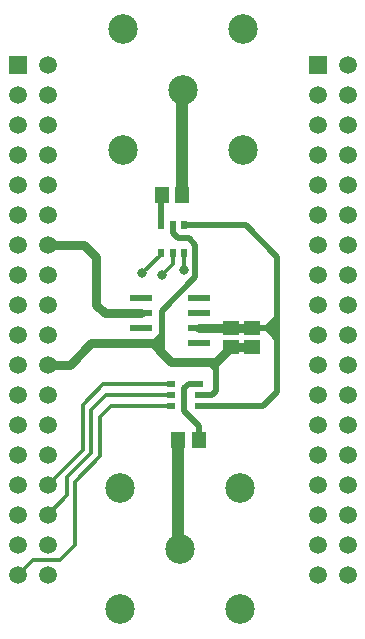
<source format=gtl>
G04 Layer_Physical_Order=1*
G04 Layer_Color=255*
%FSLAX42Y42*%
%MOMM*%
G71*
G01*
G75*
%ADD10R,1.98X0.56*%
%ADD11R,1.15X1.35*%
%ADD12R,1.40X1.30*%
%ADD13R,0.55X0.80*%
%ADD14R,0.80X0.55*%
%ADD15C,0.80*%
%ADD16C,0.50*%
%ADD17C,0.30*%
%ADD18C,1.00*%
%ADD19C,1.50*%
%ADD20R,1.50X1.50*%
%ADD21C,2.50*%
%ADD22C,0.80*%
D10*
X20612Y7468D02*
D03*
Y7341D02*
D03*
Y7214D02*
D03*
Y7087D02*
D03*
X20119D02*
D03*
Y7214D02*
D03*
Y7341D02*
D03*
Y7468D02*
D03*
D11*
X20296Y8344D02*
D03*
X20471D02*
D03*
X20611Y6274D02*
D03*
X20436D02*
D03*
D12*
X21057Y7217D02*
D03*
Y7057D02*
D03*
X20879Y7217D02*
D03*
Y7057D02*
D03*
D13*
X20482Y7851D02*
D03*
X20387D02*
D03*
X20291D02*
D03*
Y8091D02*
D03*
X20387D02*
D03*
X20482D02*
D03*
D14*
X20373Y6557D02*
D03*
Y6652D02*
D03*
Y6747D02*
D03*
X20613D02*
D03*
Y6652D02*
D03*
Y6557D02*
D03*
D15*
X19736Y7417D02*
Y7823D01*
X19634Y7925D02*
X19736Y7823D01*
X19329Y7925D02*
X19634D01*
X19812Y7341D02*
X20119D01*
X19736Y7417D02*
X19812Y7341D01*
X20119Y7087D02*
X20218D01*
X20295Y7010D01*
X20371Y6934D01*
X19698Y7087D02*
X20119D01*
X20688Y6934D02*
X20756D01*
X20371D02*
X20688D01*
X20756D02*
X20879Y7057D01*
X21057D01*
X19329Y6909D02*
X19520D01*
X19698Y7087D01*
X20612Y7214D02*
X21053D01*
X21057Y7217D01*
D16*
X20218Y7087D02*
X20295Y7163D01*
X20269Y7099D02*
X20295Y7074D01*
Y7163D02*
Y7366D01*
Y7074D02*
Y7163D01*
Y7010D02*
Y7074D01*
X20688Y6934D02*
X20752Y6871D01*
X20723Y6652D02*
X20756Y6684D01*
X20613Y6652D02*
X20723D01*
X20756Y6684D02*
Y6934D01*
X20295Y7366D02*
X20576Y7648D01*
Y7922D01*
X20523Y7976D02*
X20576Y7922D01*
X20434Y7976D02*
X20523D01*
X20387Y8023D02*
X20434Y7976D01*
X20387Y8023D02*
Y8091D01*
X20482D02*
X21005D01*
X21273Y7823D01*
Y7306D02*
Y7823D01*
Y6680D02*
Y7129D01*
X21149Y6557D02*
X21273Y6680D01*
X20613Y6557D02*
X21149D01*
X21273Y7129D02*
Y7226D01*
X21184Y7217D02*
X21273Y7129D01*
X21184Y7217D02*
X21264D01*
X21057D02*
X21184D01*
X21273Y7226D02*
Y7306D01*
X21184Y7217D02*
X21273Y7306D01*
Y7353D01*
X21264Y7217D02*
X21273Y7226D01*
X20291Y8339D02*
X20296Y8344D01*
X20291Y8091D02*
Y8339D01*
X20436Y5358D02*
X20447Y5347D01*
X20611Y6274D02*
Y6390D01*
X20485Y6515D02*
X20611Y6390D01*
X20485Y6515D02*
Y6706D01*
X20526Y6747D01*
X20613D01*
D17*
X19558Y5385D02*
Y5918D01*
X19431Y5258D02*
X19558Y5385D01*
Y5918D02*
X19774Y6134D01*
Y6464D01*
X19495Y5956D02*
X19698Y6160D01*
X19495Y5804D02*
Y5956D01*
X19698Y6160D02*
Y6528D01*
X19329Y5639D02*
X19495Y5804D01*
X19202Y5258D02*
X19431D01*
X19075Y5131D02*
X19202Y5258D01*
X20387Y7763D02*
Y7851D01*
X20295Y7671D02*
X20387Y7763D01*
X20482Y7712D02*
Y7851D01*
X20131Y7683D02*
X20295Y7847D01*
X19866Y6557D02*
X20373D01*
X19774Y6464D02*
X19866Y6557D01*
X19698Y6528D02*
X19822Y6652D01*
X19625Y6569D02*
X19802Y6747D01*
X19625Y6188D02*
Y6569D01*
X19329Y5893D02*
X19625Y6188D01*
X19802Y6747D02*
X20373D01*
X19822Y6652D02*
X20373D01*
D18*
X20471Y8344D02*
Y9232D01*
X20436Y5358D02*
Y6274D01*
D19*
X19329Y5131D02*
D03*
X19075D02*
D03*
X19329Y5385D02*
D03*
X19075D02*
D03*
X19329Y5639D02*
D03*
X19075D02*
D03*
X19329Y5893D02*
D03*
X19075D02*
D03*
X19329Y6147D02*
D03*
X19075D02*
D03*
X19329Y6401D02*
D03*
X19075D02*
D03*
X19329Y6655D02*
D03*
X19075D02*
D03*
X19329Y6909D02*
D03*
X19075D02*
D03*
X19329Y7163D02*
D03*
X19075D02*
D03*
X19329Y7417D02*
D03*
X19075D02*
D03*
X19329Y7671D02*
D03*
X19075D02*
D03*
X19329Y7925D02*
D03*
X19075D02*
D03*
X19329Y8179D02*
D03*
X19075D02*
D03*
X19329Y8433D02*
D03*
X19075D02*
D03*
X19329Y8687D02*
D03*
X19075D02*
D03*
X19329Y8941D02*
D03*
X19075D02*
D03*
X19329Y9195D02*
D03*
X19075D02*
D03*
X19329Y9449D02*
D03*
X21869Y5131D02*
D03*
X21615D02*
D03*
X21869Y5385D02*
D03*
X21615D02*
D03*
X21869Y5639D02*
D03*
X21615D02*
D03*
X21869Y5893D02*
D03*
X21615D02*
D03*
X21869Y6147D02*
D03*
X21615D02*
D03*
X21869Y6401D02*
D03*
X21615D02*
D03*
X21869Y6655D02*
D03*
X21615D02*
D03*
X21869Y6909D02*
D03*
X21615D02*
D03*
X21869Y7163D02*
D03*
X21615D02*
D03*
X21869Y7417D02*
D03*
X21615D02*
D03*
X21869Y7671D02*
D03*
X21615D02*
D03*
X21869Y7925D02*
D03*
X21615D02*
D03*
X21869Y8179D02*
D03*
X21615D02*
D03*
X21869Y8433D02*
D03*
X21615D02*
D03*
X21869Y8687D02*
D03*
X21615D02*
D03*
X21869Y8941D02*
D03*
X21615D02*
D03*
X21869Y9195D02*
D03*
X21615D02*
D03*
X21869Y9449D02*
D03*
D20*
X19075D02*
D03*
X21615D02*
D03*
D21*
X20472Y9233D02*
D03*
X19964Y9746D02*
D03*
Y8725D02*
D03*
X20985D02*
D03*
Y9746D02*
D03*
X20447Y5347D02*
D03*
X19939Y5860D02*
D03*
Y4839D02*
D03*
X20960D02*
D03*
Y5860D02*
D03*
D22*
X20482Y7712D02*
D03*
X20295Y7671D02*
D03*
X20131Y7683D02*
D03*
M02*

</source>
